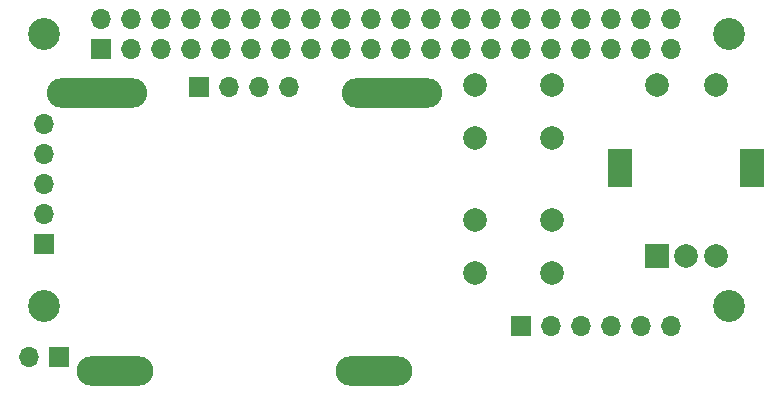
<source format=gts>
G04 #@! TF.GenerationSoftware,KiCad,Pcbnew,(6.0.0)*
G04 #@! TF.CreationDate,2022-01-20T17:07:56-06:00*
G04 #@! TF.ProjectId,ctrl_board,6374726c-5f62-46f6-9172-642e6b696361,rev?*
G04 #@! TF.SameCoordinates,Original*
G04 #@! TF.FileFunction,Soldermask,Top*
G04 #@! TF.FilePolarity,Negative*
%FSLAX46Y46*%
G04 Gerber Fmt 4.6, Leading zero omitted, Abs format (unit mm)*
G04 Created by KiCad (PCBNEW (6.0.0)) date 2022-01-20 17:07:56*
%MOMM*%
%LPD*%
G01*
G04 APERTURE LIST*
%ADD10C,2.700000*%
%ADD11C,2.000000*%
%ADD12R,1.700000X1.700000*%
%ADD13O,1.700000X1.700000*%
%ADD14O,8.500000X2.500000*%
%ADD15O,6.500000X2.500000*%
%ADD16R,2.000000X2.000000*%
%ADD17R,2.000000X3.200000*%
G04 APERTURE END LIST*
D10*
X203500000Y-120500000D03*
D11*
X246500000Y-101800000D03*
X240000000Y-101800000D03*
X246500000Y-106300000D03*
X240000000Y-106300000D03*
X246500000Y-117700000D03*
X240000000Y-117700000D03*
X246500000Y-113200000D03*
X240000000Y-113200000D03*
D12*
X216690000Y-102000000D03*
D13*
X219230000Y-102000000D03*
X221770000Y-102000000D03*
X224310000Y-102000000D03*
D14*
X208000000Y-102500000D03*
X233000000Y-102500000D03*
D15*
X209500000Y-126000000D03*
X231500000Y-126000000D03*
D12*
X243950000Y-122200000D03*
D13*
X246490000Y-122200000D03*
X249030000Y-122200000D03*
X251570000Y-122200000D03*
X254110000Y-122200000D03*
X256650000Y-122200000D03*
D16*
X255400000Y-116300000D03*
D11*
X260400000Y-116300000D03*
X257900000Y-116300000D03*
D17*
X263500000Y-108800000D03*
X252300000Y-108800000D03*
D11*
X260400000Y-101800000D03*
X255400000Y-101800000D03*
D10*
X203500000Y-97500000D03*
X261500000Y-97500000D03*
X261500000Y-120500000D03*
D12*
X208370000Y-98770000D03*
D13*
X208370000Y-96230000D03*
X210910000Y-98770000D03*
X210910000Y-96230000D03*
X213450000Y-98770000D03*
X213450000Y-96230000D03*
X215990000Y-98770000D03*
X215990000Y-96230000D03*
X218530000Y-98770000D03*
X218530000Y-96230000D03*
X221070000Y-98770000D03*
X221070000Y-96230000D03*
X223610000Y-98770000D03*
X223610000Y-96230000D03*
X226150000Y-98770000D03*
X226150000Y-96230000D03*
X228690000Y-98770000D03*
X228690000Y-96230000D03*
X231230000Y-98770000D03*
X231230000Y-96230000D03*
X233770000Y-98770000D03*
X233770000Y-96230000D03*
X236310000Y-98770000D03*
X236310000Y-96230000D03*
X238850000Y-98770000D03*
X238850000Y-96230000D03*
X241390000Y-98770000D03*
X241390000Y-96230000D03*
X243930000Y-98770000D03*
X243930000Y-96230000D03*
X246470000Y-98770000D03*
X246470000Y-96230000D03*
X249010000Y-98770000D03*
X249010000Y-96230000D03*
X251550000Y-98770000D03*
X251550000Y-96230000D03*
X254090000Y-98770000D03*
X254090000Y-96230000D03*
X256630000Y-98770000D03*
X256630000Y-96230000D03*
D12*
X203500000Y-115270000D03*
D13*
X203500000Y-112730000D03*
X203500000Y-110190000D03*
X203500000Y-107650000D03*
X203500000Y-105110000D03*
D12*
X204770000Y-124800000D03*
D13*
X202230000Y-124800000D03*
M02*

</source>
